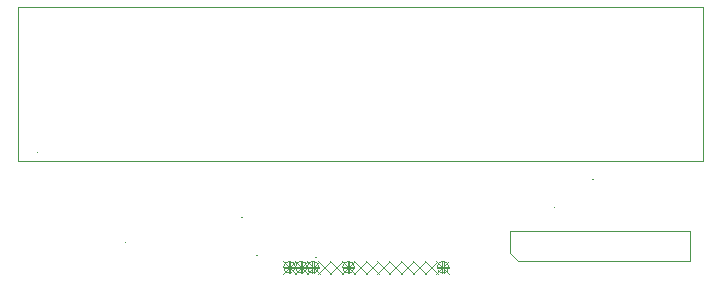
<source format=gbr>
%TF.GenerationSoftware,KiCad,Pcbnew,9.0.0*%
%TF.CreationDate,2025-04-22T14:32:58+01:00*%
%TF.ProjectId,vm_jacdaptor_0.2,766d5f6a-6163-4646-9170-746f725f302e,v0.2*%
%TF.SameCoordinates,PX58b1140PY3fe56c0*%
%TF.FileFunction,AssemblyDrawing,Top*%
%FSLAX45Y45*%
G04 Gerber Fmt 4.5, Leading zero omitted, Abs format (unit mm)*
G04 Created by KiCad (PCBNEW 9.0.0) date 2025-04-22 14:32:58*
%MOMM*%
%LPD*%
G01*
G04 APERTURE LIST*
%ADD10C,0.100000*%
%ADD11C,0.075000*%
%ADD12C,0.060000*%
G04 APERTURE END LIST*
D10*
%TO.C,J2*%
X1268000Y-793000D02*
X2792000Y-793000D01*
X1268000Y-983500D02*
X1268000Y-793000D01*
X1331500Y-1047000D02*
X1268000Y-983500D01*
X2792000Y-793000D02*
X2792000Y-1047000D01*
X2792000Y-1047000D02*
X1331500Y-1047000D01*
X-450000Y-1105000D02*
X-350000Y-1105000D01*
X-350000Y-1095000D02*
G75*
G02*
X-350000Y-1105000I0J-5000D01*
G01*
X-350000Y-1095000D02*
X-450000Y-1095000D01*
X-450000Y-1095000D02*
G75*
G03*
X-450000Y-1105000I0J-5000D01*
G01*
X-405000Y-1050000D02*
X-405000Y-1150000D01*
X-395000Y-1150000D02*
G75*
G02*
X-405000Y-1150000I-5000J0D01*
G01*
X-395000Y-1150000D02*
X-395000Y-1050000D01*
X-395000Y-1050000D02*
G75*
G03*
X-405000Y-1050000I-5000J0D01*
G01*
%TO.C,GS3*%
X-350000Y-1100000D02*
G75*
G02*
X-450000Y-1100000I-50000J0D01*
G01*
X-450000Y-1100000D02*
G75*
G02*
X-350000Y-1100000I50000J0D01*
G01*
X-350000Y-1100000D02*
G75*
G02*
X-450000Y-1100000I-50000J0D01*
G01*
X-450000Y-1100000D02*
G75*
G02*
X-350000Y-1100000I50000J0D01*
G01*
X-150000Y-1105000D02*
X-50000Y-1105000D01*
X-50000Y-1095000D02*
G75*
G02*
X-50000Y-1105000I0J-5000D01*
G01*
X-50000Y-1095000D02*
X-150000Y-1095000D01*
X-150000Y-1095000D02*
G75*
G03*
X-150000Y-1105000I0J-5000D01*
G01*
X-105000Y-1050000D02*
X-105000Y-1150000D01*
X-95000Y-1150000D02*
G75*
G02*
X-105000Y-1150000I-5000J0D01*
G01*
X-95000Y-1150000D02*
X-95000Y-1050000D01*
X-95000Y-1050000D02*
G75*
G03*
X-105000Y-1050000I-5000J0D01*
G01*
%TO.C,GS1*%
X-50000Y-1100000D02*
G75*
G02*
X-150000Y-1100000I-50000J0D01*
G01*
X-150000Y-1100000D02*
G75*
G02*
X-50000Y-1100000I50000J0D01*
G01*
X-50000Y-1100000D02*
G75*
G02*
X-150000Y-1100000I-50000J0D01*
G01*
X-150000Y-1100000D02*
G75*
G02*
X-50000Y-1100000I50000J0D01*
G01*
%TO.C,U2*%
D11*
X1971250Y-357500D02*
G75*
G02*
X1963750Y-357500I-3750J0D01*
G01*
X1963750Y-357500D02*
G75*
G02*
X1971250Y-357500I3750J0D01*
G01*
%TO.C,U3*%
X-998750Y-677500D02*
G75*
G02*
X-1006250Y-677500I-3750J0D01*
G01*
X-1006250Y-677500D02*
G75*
G02*
X-998750Y-677500I3750J0D01*
G01*
%TO.C,U1*%
X-1983750Y-892500D02*
G75*
G02*
X-1991250Y-892500I-3750J0D01*
G01*
X-1991250Y-892500D02*
G75*
G02*
X-1983750Y-892500I3750J0D01*
G01*
D10*
X-550000Y-1105000D02*
X-450000Y-1105000D01*
X-450000Y-1095000D02*
G75*
G02*
X-450000Y-1105000I0J-5000D01*
G01*
X-450000Y-1095000D02*
X-550000Y-1095000D01*
X-550000Y-1095000D02*
G75*
G03*
X-550000Y-1105000I0J-5000D01*
G01*
X-505000Y-1050000D02*
X-505000Y-1150000D01*
X-495000Y-1150000D02*
G75*
G02*
X-505000Y-1150000I-5000J0D01*
G01*
X-495000Y-1150000D02*
X-495000Y-1050000D01*
X-495000Y-1050000D02*
G75*
G03*
X-505000Y-1050000I-5000J0D01*
G01*
%TO.C,GS14*%
X-450000Y-1100000D02*
G75*
G02*
X-550000Y-1100000I-50000J0D01*
G01*
X-550000Y-1100000D02*
G75*
G02*
X-450000Y-1100000I50000J0D01*
G01*
X-450000Y-1100000D02*
G75*
G02*
X-550000Y-1100000I-50000J0D01*
G01*
X-550000Y-1100000D02*
G75*
G02*
X-450000Y-1100000I50000J0D01*
G01*
%TO.C,SW1*%
D11*
X-368750Y-1017000D02*
G75*
G02*
X-376250Y-1017000I-3750J0D01*
G01*
X-376250Y-1017000D02*
G75*
G02*
X-368750Y-1017000I3750J0D01*
G01*
D10*
X650000Y-1105000D02*
X750000Y-1105000D01*
X750000Y-1095000D02*
G75*
G02*
X750000Y-1105000I0J-5000D01*
G01*
X750000Y-1095000D02*
X650000Y-1095000D01*
X650000Y-1095000D02*
G75*
G03*
X650000Y-1105000I0J-5000D01*
G01*
X695000Y-1050000D02*
X695000Y-1150000D01*
X705000Y-1150000D02*
G75*
G02*
X695000Y-1150000I-5000J0D01*
G01*
X705000Y-1150000D02*
X705000Y-1050000D01*
X705000Y-1050000D02*
G75*
G03*
X695000Y-1050000I-5000J0D01*
G01*
%TO.C,GS2*%
X750000Y-1100000D02*
G75*
G02*
X650000Y-1100000I-50000J0D01*
G01*
X650000Y-1100000D02*
G75*
G02*
X750000Y-1100000I50000J0D01*
G01*
X750000Y-1100000D02*
G75*
G02*
X650000Y-1100000I-50000J0D01*
G01*
X650000Y-1100000D02*
G75*
G02*
X750000Y-1100000I50000J0D01*
G01*
%TO.C,J1*%
X-2900000Y1100000D02*
X2900000Y1100000D01*
X2900000Y-200000D01*
X-2900000Y-200000D01*
X-2900000Y1100000D01*
D12*
X-2727000Y-131000D02*
G75*
G02*
X-2733000Y-131000I-3000J0D01*
G01*
X-2733000Y-131000D02*
G75*
G02*
X-2727000Y-131000I3000J0D01*
G01*
D10*
X-650000Y-1105000D02*
X-550000Y-1105000D01*
X-550000Y-1095000D02*
G75*
G02*
X-550000Y-1105000I0J-5000D01*
G01*
X-550000Y-1095000D02*
X-650000Y-1095000D01*
X-650000Y-1095000D02*
G75*
G03*
X-650000Y-1105000I0J-5000D01*
G01*
X-605000Y-1050000D02*
X-605000Y-1150000D01*
X-595000Y-1150000D02*
G75*
G02*
X-605000Y-1150000I-5000J0D01*
G01*
X-595000Y-1150000D02*
X-595000Y-1050000D01*
X-595000Y-1050000D02*
G75*
G03*
X-605000Y-1050000I-5000J0D01*
G01*
%TO.C,GS13*%
X-550000Y-1100000D02*
G75*
G02*
X-650000Y-1100000I-50000J0D01*
G01*
X-650000Y-1100000D02*
G75*
G02*
X-550000Y-1100000I50000J0D01*
G01*
X-550000Y-1100000D02*
G75*
G02*
X-650000Y-1100000I-50000J0D01*
G01*
X-650000Y-1100000D02*
G75*
G02*
X-550000Y-1100000I50000J0D01*
G01*
%TO.C,D2*%
D11*
X-868750Y-1002500D02*
G75*
G02*
X-876250Y-1002500I-3750J0D01*
G01*
X-876250Y-1002500D02*
G75*
G02*
X-868750Y-1002500I3750J0D01*
G01*
%TO.C,D1*%
X1648750Y-597500D02*
G75*
G02*
X1641250Y-597500I-3750J0D01*
G01*
X1641250Y-597500D02*
G75*
G02*
X1648750Y-597500I3750J0D01*
G01*
%TD*%
D10*
X-455000Y-1045000D02*
X-345000Y-1155000D01*
X-455000Y-1155000D02*
X-345000Y-1045000D01*
X-155000Y-1045000D02*
X-45000Y-1155000D01*
X-155000Y-1155000D02*
X-45000Y-1045000D01*
X-555000Y-1045000D02*
X-445000Y-1155000D01*
X-555000Y-1155000D02*
X-445000Y-1045000D01*
X645000Y-1045000D02*
X755000Y-1155000D01*
X645000Y-1155000D02*
X755000Y-1045000D01*
X-655000Y-1045000D02*
X-545000Y-1155000D01*
X-655000Y-1155000D02*
X-545000Y-1045000D01*
X545000Y-1045000D02*
X655000Y-1155000D01*
X545000Y-1155000D02*
X655000Y-1045000D01*
X-255000Y-1045000D02*
X-145000Y-1155000D01*
X-255000Y-1155000D02*
X-145000Y-1045000D01*
X345000Y-1045000D02*
X455000Y-1155000D01*
X345000Y-1155000D02*
X455000Y-1045000D01*
X45000Y-1045000D02*
X155000Y-1155000D01*
X45000Y-1155000D02*
X155000Y-1045000D01*
X-55000Y-1045000D02*
X55000Y-1155000D01*
X-55000Y-1155000D02*
X55000Y-1045000D01*
X-355000Y-1045000D02*
X-245000Y-1155000D01*
X-355000Y-1155000D02*
X-245000Y-1045000D01*
X145000Y-1045000D02*
X255000Y-1155000D01*
X145000Y-1155000D02*
X255000Y-1045000D01*
X445000Y-1045000D02*
X555000Y-1155000D01*
X445000Y-1155000D02*
X555000Y-1045000D01*
X245000Y-1045000D02*
X355000Y-1155000D01*
X245000Y-1155000D02*
X355000Y-1045000D01*
M02*

</source>
